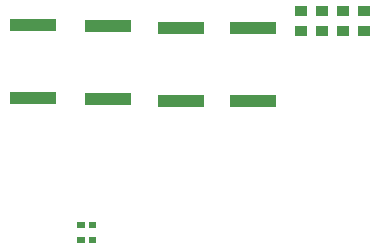
<source format=gtp>
G04 Layer: TopPasteMaskLayer*
G04 EasyEDA v6.5.46, 2024-08-14 00:49:08*
G04 dde63f3f8315456bab8066d9accbbf49,2068458b4593477ca407b24a564fb9b8,10*
G04 Gerber Generator version 0.2*
G04 Scale: 100 percent, Rotated: No, Reflected: No *
G04 Dimensions in millimeters *
G04 leading zeros omitted , absolute positions ,4 integer and 5 decimal *
%FSLAX45Y45*%
%MOMM*%

%ADD10R,1.0000X0.8999*%
%ADD11R,4.0000X1.0000*%

%LPD*%
G36*
X1879193Y1233982D02*
G01*
X1872183Y1229004D01*
X1872183Y1183995D01*
X1879193Y1179017D01*
X1927199Y1179017D01*
X1932178Y1183995D01*
X1932178Y1229004D01*
X1927199Y1233982D01*
G37*
G36*
X1781200Y1233982D02*
G01*
X1776222Y1229004D01*
X1776222Y1183995D01*
X1781200Y1179017D01*
X1829206Y1179017D01*
X1836216Y1183995D01*
X1836216Y1229004D01*
X1829206Y1233982D01*
G37*
G36*
X1879193Y1106982D02*
G01*
X1872183Y1102004D01*
X1872183Y1056995D01*
X1879193Y1052017D01*
X1927199Y1052017D01*
X1932178Y1056995D01*
X1932178Y1102004D01*
X1927199Y1106982D01*
G37*
G36*
X1781200Y1106982D02*
G01*
X1776222Y1102004D01*
X1776222Y1056995D01*
X1781200Y1052017D01*
X1829206Y1052017D01*
X1836216Y1056995D01*
X1836216Y1102004D01*
X1829206Y1106982D01*
G37*
D10*
G01*
X3670300Y3018688D03*
G01*
X3670300Y2848686D03*
G01*
X3848100Y3018688D03*
G01*
X3848100Y2848686D03*
G01*
X4025900Y3018688D03*
G01*
X4025900Y2848686D03*
G01*
X4203700Y3018688D03*
G01*
X4203700Y2848686D03*
D11*
G01*
X3263900Y2875406D03*
G01*
X3263900Y2255393D03*
G01*
X2654300Y2875406D03*
G01*
X2654300Y2255393D03*
G01*
X2032000Y2888106D03*
G01*
X2032000Y2268093D03*
G01*
X1397000Y2900806D03*
G01*
X1397000Y2280793D03*
M02*

</source>
